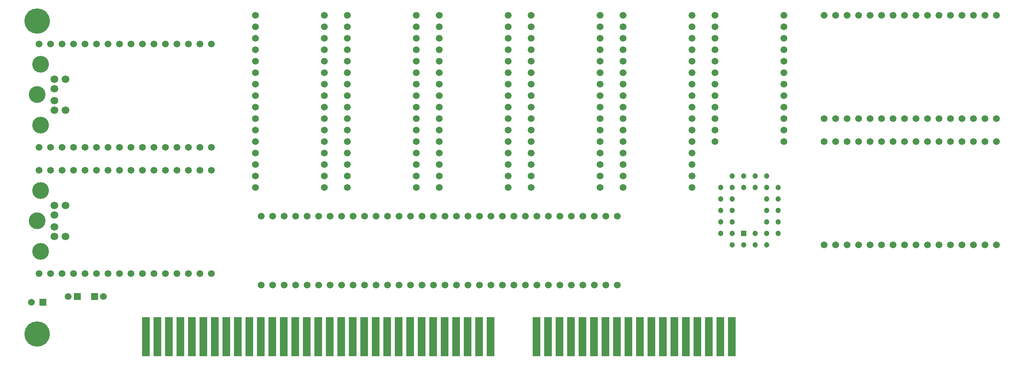
<source format=gbs>
%TF.GenerationSoftware,KiCad,Pcbnew,8.0.4*%
%TF.CreationDate,2024-09-02T20:12:20+02:00*%
%TF.ProjectId,PS2 Board,50533220-426f-4617-9264-2e6b69636164,rev?*%
%TF.SameCoordinates,PX292dfe0PY463f660*%
%TF.FileFunction,Soldermask,Bot*%
%TF.FilePolarity,Negative*%
%FSLAX46Y46*%
G04 Gerber Fmt 4.6, Leading zero omitted, Abs format (unit mm)*
G04 Created by KiCad (PCBNEW 8.0.4) date 2024-09-02 20:12:20*
%MOMM*%
%LPD*%
G01*
G04 APERTURE LIST*
%ADD10R,1.500000X1.500000*%
%ADD11C,1.500000*%
%ADD12C,5.600000*%
%ADD13R,1.200000X1.200000*%
%ADD14C,1.200000*%
%ADD15C,3.700000*%
%ADD16C,1.700000*%
%ADD17R,1.780000X8.620000*%
G04 APERTURE END LIST*
D10*
%TO.C,C4*%
X8890000Y-60960000D03*
D11*
X6890000Y-60960000D03*
%TD*%
D12*
%TO.C,H10*%
X0Y-69215000D03*
%TD*%
D11*
%TO.C,B16*%
X49530000Y-58420000D03*
X52070000Y-58420000D03*
X54610000Y-58420000D03*
X57150000Y-58420000D03*
X59690000Y-58420000D03*
X62230000Y-58420000D03*
X64770000Y-58420000D03*
X67310000Y-58420000D03*
X69850000Y-58420000D03*
X72390000Y-58420000D03*
X74930000Y-58420000D03*
X77470000Y-58420000D03*
X80010000Y-58420000D03*
X82550000Y-58420000D03*
X85090000Y-58420000D03*
X87630000Y-58420000D03*
X90170000Y-58420000D03*
X92710000Y-58420000D03*
X95250000Y-58420000D03*
X97790000Y-58420000D03*
X100330000Y-58420000D03*
X102870000Y-58420000D03*
X105410000Y-58420000D03*
X107950000Y-58420000D03*
X110490000Y-58420000D03*
X113030000Y-58420000D03*
X115570000Y-58420000D03*
X118110000Y-58420000D03*
X120650000Y-58420000D03*
X123190000Y-58420000D03*
X125730000Y-58420000D03*
X128270000Y-58420000D03*
X128270000Y-43180000D03*
X125730000Y-43180000D03*
X123190000Y-43180000D03*
X120650000Y-43180000D03*
X118110000Y-43180000D03*
X115570000Y-43180000D03*
X113030000Y-43180000D03*
X110490000Y-43180000D03*
X107950000Y-43180000D03*
X105410000Y-43180000D03*
X102870000Y-43180000D03*
X100330000Y-43180000D03*
X97790000Y-43180000D03*
X95250000Y-43180000D03*
X92710000Y-43180000D03*
X90170000Y-43180000D03*
X87630000Y-43180000D03*
X85090000Y-43180000D03*
X82550000Y-43180000D03*
X80010000Y-43180000D03*
X77470000Y-43180000D03*
X74930000Y-43180000D03*
X72390000Y-43180000D03*
X69850000Y-43180000D03*
X67310000Y-43180000D03*
X64770000Y-43180000D03*
X62230000Y-43180000D03*
X59690000Y-43180000D03*
X57150000Y-43180000D03*
X54610000Y-43180000D03*
X52070000Y-43180000D03*
X49530000Y-43180000D03*
%TD*%
D10*
%TO.C,LED1*%
X1270000Y-62230000D03*
D11*
X-1270000Y-62230000D03*
%TD*%
%TO.C,B4*%
X149860000Y1270000D03*
X149860000Y-1270000D03*
X149860000Y-3810000D03*
X149860000Y-6350000D03*
X149860000Y-8890000D03*
X149860000Y-11430000D03*
X149860000Y-13970000D03*
X149860000Y-16510000D03*
X149860000Y-19050000D03*
X149860000Y-21590000D03*
X149860000Y-24130000D03*
X149860000Y-26670000D03*
X165100000Y-26670000D03*
X165100000Y-24130000D03*
X165100000Y-21590000D03*
X165100000Y-19050000D03*
X165100000Y-16510000D03*
X165100000Y-13970000D03*
X165100000Y-11430000D03*
X165100000Y-8890000D03*
X165100000Y-6350000D03*
X165100000Y-3810000D03*
X165100000Y-1270000D03*
X165100000Y1270000D03*
%TD*%
D13*
%TO.C,IC1*%
X156210000Y-46990000D03*
D14*
X158750000Y-49530000D03*
X158750000Y-46990000D03*
X161290000Y-49530000D03*
X163830000Y-46990000D03*
X161290000Y-46990000D03*
X163830000Y-44450000D03*
X161290000Y-44450000D03*
X163830000Y-41910000D03*
X161290000Y-41910000D03*
X163830000Y-39370000D03*
X161290000Y-39370000D03*
X163830000Y-36830000D03*
X161290000Y-34290000D03*
X161290000Y-36830000D03*
X158750000Y-34290000D03*
X158750000Y-36830000D03*
X156210000Y-34290000D03*
X156210000Y-36830000D03*
X153670000Y-34290000D03*
X151130000Y-36830000D03*
X153670000Y-36830000D03*
X151130000Y-39370000D03*
X153670000Y-39370000D03*
X151130000Y-41910000D03*
X153670000Y-41910000D03*
X151130000Y-44450000D03*
X153670000Y-44450000D03*
X151130000Y-46990000D03*
X153670000Y-49530000D03*
X153670000Y-46990000D03*
X156210000Y-49530000D03*
%TD*%
D11*
%TO.C,B11*%
X68580000Y1270000D03*
X68580000Y-1270000D03*
X68580000Y-3810000D03*
X68580000Y-6350000D03*
X68580000Y-8890000D03*
X68580000Y-11430000D03*
X68580000Y-13970000D03*
X68580000Y-16510000D03*
X68580000Y-19050000D03*
X68580000Y-21590000D03*
X68580000Y-24130000D03*
X68580000Y-26670000D03*
X68580000Y-29210000D03*
X68580000Y-31750000D03*
X68580000Y-34290000D03*
X68580000Y-36830000D03*
X83820000Y-36830000D03*
X83820000Y-34290000D03*
X83820000Y-31750000D03*
X83820000Y-29210000D03*
X83820000Y-26670000D03*
X83820000Y-24130000D03*
X83820000Y-21590000D03*
X83820000Y-19050000D03*
X83820000Y-16510000D03*
X83820000Y-13970000D03*
X83820000Y-11430000D03*
X83820000Y-8890000D03*
X83820000Y-6350000D03*
X83820000Y-3810000D03*
X83820000Y-1270000D03*
X83820000Y1270000D03*
%TD*%
D10*
%TO.C,C3*%
X12700000Y-60960000D03*
D11*
X14700000Y-60960000D03*
%TD*%
%TO.C,B1*%
X48260000Y1270000D03*
X48260000Y-1270000D03*
X48260000Y-3810000D03*
X48260000Y-6350000D03*
X48260000Y-8890000D03*
X48260000Y-11430000D03*
X48260000Y-13970000D03*
X48260000Y-16510000D03*
X48260000Y-19050000D03*
X48260000Y-21590000D03*
X48260000Y-24130000D03*
X48260000Y-26670000D03*
X48260000Y-29210000D03*
X48260000Y-31750000D03*
X48260000Y-34290000D03*
X48260000Y-36830000D03*
X63500000Y-36830000D03*
X63500000Y-34290000D03*
X63500000Y-31750000D03*
X63500000Y-29210000D03*
X63500000Y-26670000D03*
X63500000Y-24130000D03*
X63500000Y-21590000D03*
X63500000Y-19050000D03*
X63500000Y-16510000D03*
X63500000Y-13970000D03*
X63500000Y-11430000D03*
X63500000Y-8890000D03*
X63500000Y-6350000D03*
X63500000Y-3810000D03*
X63500000Y-1270000D03*
X63500000Y1270000D03*
%TD*%
%TO.C,B5*%
X129540000Y1270000D03*
X129540000Y-1270000D03*
X129540000Y-3810000D03*
X129540000Y-6350000D03*
X129540000Y-8890000D03*
X129540000Y-11430000D03*
X129540000Y-13970000D03*
X129540000Y-16510000D03*
X129540000Y-19050000D03*
X129540000Y-21590000D03*
X129540000Y-24130000D03*
X129540000Y-26670000D03*
X129540000Y-29210000D03*
X129540000Y-31750000D03*
X129540000Y-34290000D03*
X129540000Y-36830000D03*
X144780000Y-36830000D03*
X144780000Y-34290000D03*
X144780000Y-31750000D03*
X144780000Y-29210000D03*
X144780000Y-26670000D03*
X144780000Y-24130000D03*
X144780000Y-21590000D03*
X144780000Y-19050000D03*
X144780000Y-16510000D03*
X144780000Y-13970000D03*
X144780000Y-11430000D03*
X144780000Y-8890000D03*
X144780000Y-6350000D03*
X144780000Y-3810000D03*
X144780000Y-1270000D03*
X144780000Y1270000D03*
%TD*%
D12*
%TO.C,H7*%
X0Y0D03*
%TD*%
D15*
%TO.C,B7*%
X800000Y-50946000D03*
D16*
X3800000Y-47596000D03*
X6300000Y-47596000D03*
X3800000Y-45496000D03*
D15*
X0Y-44196000D03*
D16*
X3800000Y-42896000D03*
X3800000Y-40796000D03*
X6300000Y-40796000D03*
D15*
X800000Y-37446000D03*
D11*
X457200Y-55880000D03*
X2997200Y-55880000D03*
X5537200Y-55880000D03*
X8077200Y-55880000D03*
X10617200Y-55880000D03*
X13157200Y-55880000D03*
X15697200Y-55880000D03*
X18237200Y-55880000D03*
X20777200Y-55880000D03*
X23317200Y-55880000D03*
X25857200Y-55880000D03*
X28397200Y-55880000D03*
X30937200Y-55880000D03*
X33477200Y-55880000D03*
X36017200Y-55880000D03*
X38557200Y-55880000D03*
X38557200Y-33020000D03*
X36017200Y-33020000D03*
X33477200Y-33020000D03*
X30937200Y-33020000D03*
X28397200Y-33020000D03*
X25857200Y-33020000D03*
X23317200Y-33020000D03*
X20777200Y-33020000D03*
X18237200Y-33020000D03*
X15697200Y-33020000D03*
X13157200Y-33020000D03*
X10617200Y-33020000D03*
X8077200Y-33020000D03*
X5537200Y-33020000D03*
X2997200Y-33020000D03*
X457200Y-33020000D03*
%TD*%
%TO.C,B3*%
X173990000Y-49530000D03*
X176530000Y-49530000D03*
X179070000Y-49530000D03*
X181610000Y-49530000D03*
X184150000Y-49530000D03*
X186690000Y-49530000D03*
X189230000Y-49530000D03*
X191770000Y-49530000D03*
X194310000Y-49530000D03*
X196850000Y-49530000D03*
X199390000Y-49530000D03*
X201930000Y-49530000D03*
X204470000Y-49530000D03*
X207010000Y-49530000D03*
X209550000Y-49530000D03*
X212090000Y-49530000D03*
X212090000Y-26670000D03*
X209550000Y-26670000D03*
X207010000Y-26670000D03*
X204470000Y-26670000D03*
X201930000Y-26670000D03*
X199390000Y-26670000D03*
X196850000Y-26670000D03*
X194310000Y-26670000D03*
X191770000Y-26670000D03*
X189230000Y-26670000D03*
X186690000Y-26670000D03*
X184150000Y-26670000D03*
X181610000Y-26670000D03*
X179070000Y-26670000D03*
X176530000Y-26670000D03*
X173990000Y-26670000D03*
%TD*%
D17*
%TO.C,J1*%
X24079200Y-69850000D03*
X26619200Y-69850000D03*
X29159200Y-69850000D03*
X31699200Y-69850000D03*
X34239200Y-69850000D03*
X36779200Y-69850000D03*
X39319200Y-69850000D03*
X41859200Y-69850000D03*
X44399200Y-69850000D03*
X46939200Y-69850000D03*
X49479200Y-69850000D03*
X52019200Y-69850000D03*
X54559200Y-69850000D03*
X57099200Y-69850000D03*
X59639200Y-69850000D03*
X62179200Y-69850000D03*
X64719200Y-69850000D03*
X67259200Y-69850000D03*
X69799200Y-69850000D03*
X72339200Y-69850000D03*
X74879200Y-69850000D03*
X77419200Y-69850000D03*
X79959200Y-69850000D03*
X82499200Y-69850000D03*
X85039200Y-69850000D03*
X87579200Y-69850000D03*
X90119200Y-69850000D03*
X92659200Y-69850000D03*
X95199200Y-69850000D03*
X97739200Y-69850000D03*
X100279200Y-69850000D03*
X110439200Y-69850000D03*
X112979200Y-69850000D03*
X115519200Y-69850000D03*
X118059200Y-69850000D03*
X120599200Y-69850000D03*
X123139200Y-69850000D03*
X125679200Y-69850000D03*
X128219200Y-69850000D03*
X130759200Y-69850000D03*
X133299200Y-69850000D03*
X135839200Y-69850000D03*
X138379200Y-69850000D03*
X140919200Y-69850000D03*
X143459200Y-69850000D03*
X145999200Y-69850000D03*
X148539200Y-69850000D03*
X151079200Y-69850000D03*
X153619200Y-69850000D03*
%TD*%
D15*
%TO.C,B2*%
X800000Y-23006000D03*
D16*
X3800000Y-19656000D03*
X6300000Y-19656000D03*
X3800000Y-17556000D03*
D15*
X0Y-16256000D03*
D16*
X3800000Y-14956000D03*
X3800000Y-12856000D03*
X6300000Y-12856000D03*
D15*
X800000Y-9506000D03*
D11*
X457200Y-27940000D03*
X2997200Y-27940000D03*
X5537200Y-27940000D03*
X8077200Y-27940000D03*
X10617200Y-27940000D03*
X13157200Y-27940000D03*
X15697200Y-27940000D03*
X18237200Y-27940000D03*
X20777200Y-27940000D03*
X23317200Y-27940000D03*
X25857200Y-27940000D03*
X28397200Y-27940000D03*
X30937200Y-27940000D03*
X33477200Y-27940000D03*
X36017200Y-27940000D03*
X38557200Y-27940000D03*
X38557200Y-5080000D03*
X36017200Y-5080000D03*
X33477200Y-5080000D03*
X30937200Y-5080000D03*
X28397200Y-5080000D03*
X25857200Y-5080000D03*
X23317200Y-5080000D03*
X20777200Y-5080000D03*
X18237200Y-5080000D03*
X15697200Y-5080000D03*
X13157200Y-5080000D03*
X10617200Y-5080000D03*
X8077200Y-5080000D03*
X5537200Y-5080000D03*
X2997200Y-5080000D03*
X457200Y-5080000D03*
%TD*%
%TO.C,B12*%
X88900000Y1270000D03*
X88900000Y-1270000D03*
X88900000Y-3810000D03*
X88900000Y-6350000D03*
X88900000Y-8890000D03*
X88900000Y-11430000D03*
X88900000Y-13970000D03*
X88900000Y-16510000D03*
X88900000Y-19050000D03*
X88900000Y-21590000D03*
X88900000Y-24130000D03*
X88900000Y-26670000D03*
X88900000Y-29210000D03*
X88900000Y-31750000D03*
X88900000Y-34290000D03*
X88900000Y-36830000D03*
X104140000Y-36830000D03*
X104140000Y-34290000D03*
X104140000Y-31750000D03*
X104140000Y-29210000D03*
X104140000Y-26670000D03*
X104140000Y-24130000D03*
X104140000Y-21590000D03*
X104140000Y-19050000D03*
X104140000Y-16510000D03*
X104140000Y-13970000D03*
X104140000Y-11430000D03*
X104140000Y-8890000D03*
X104140000Y-6350000D03*
X104140000Y-3810000D03*
X104140000Y-1270000D03*
X104140000Y1270000D03*
%TD*%
%TO.C,B9*%
X109220000Y1270000D03*
X109220000Y-1270000D03*
X109220000Y-3810000D03*
X109220000Y-6350000D03*
X109220000Y-8890000D03*
X109220000Y-11430000D03*
X109220000Y-13970000D03*
X109220000Y-16510000D03*
X109220000Y-19050000D03*
X109220000Y-21590000D03*
X109220000Y-24130000D03*
X109220000Y-26670000D03*
X109220000Y-29210000D03*
X109220000Y-31750000D03*
X109220000Y-34290000D03*
X109220000Y-36830000D03*
X124460000Y-36830000D03*
X124460000Y-34290000D03*
X124460000Y-31750000D03*
X124460000Y-29210000D03*
X124460000Y-26670000D03*
X124460000Y-24130000D03*
X124460000Y-21590000D03*
X124460000Y-19050000D03*
X124460000Y-16510000D03*
X124460000Y-13970000D03*
X124460000Y-11430000D03*
X124460000Y-8890000D03*
X124460000Y-6350000D03*
X124460000Y-3810000D03*
X124460000Y-1270000D03*
X124460000Y1270000D03*
%TD*%
%TO.C,B8*%
X173990000Y-21590000D03*
X176530000Y-21590000D03*
X179070000Y-21590000D03*
X181610000Y-21590000D03*
X184150000Y-21590000D03*
X186690000Y-21590000D03*
X189230000Y-21590000D03*
X191770000Y-21590000D03*
X194310000Y-21590000D03*
X196850000Y-21590000D03*
X199390000Y-21590000D03*
X201930000Y-21590000D03*
X204470000Y-21590000D03*
X207010000Y-21590000D03*
X209550000Y-21590000D03*
X212090000Y-21590000D03*
X212090000Y1270000D03*
X209550000Y1270000D03*
X207010000Y1270000D03*
X204470000Y1270000D03*
X201930000Y1270000D03*
X199390000Y1270000D03*
X196850000Y1270000D03*
X194310000Y1270000D03*
X191770000Y1270000D03*
X189230000Y1270000D03*
X186690000Y1270000D03*
X184150000Y1270000D03*
X181610000Y1270000D03*
X179070000Y1270000D03*
X176530000Y1270000D03*
X173990000Y1270000D03*
%TD*%
M02*

</source>
